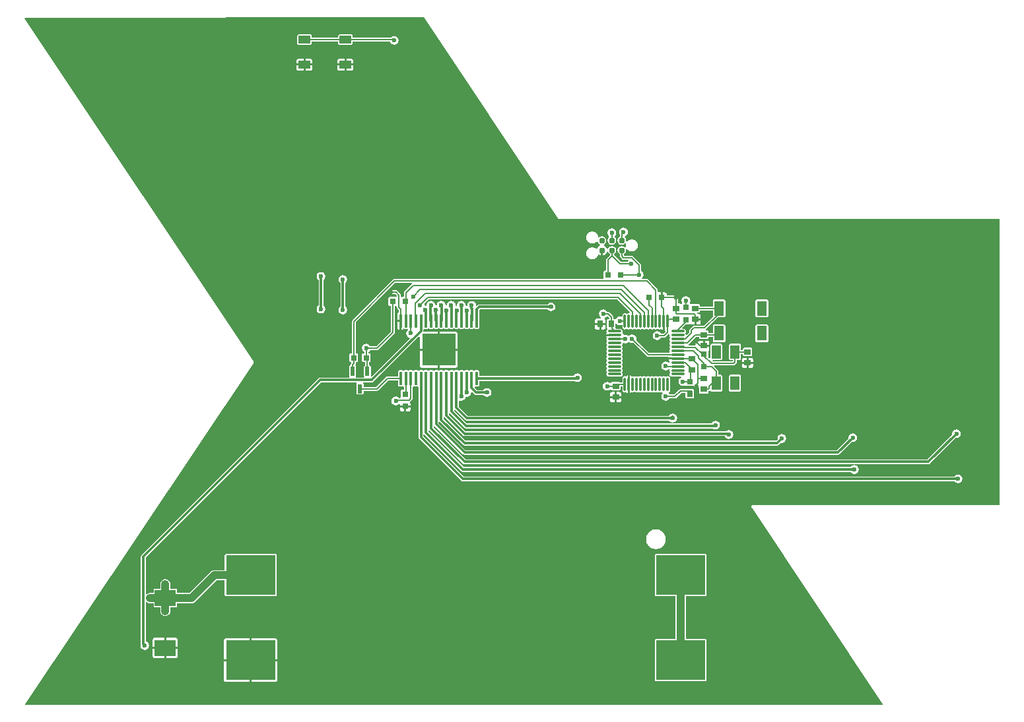
<source format=gbr>
G04*
G04 #@! TF.GenerationSoftware,Altium Limited,Altium Designer,20.2.6 (244)*
G04*
G04 Layer_Physical_Order=2*
G04 Layer_Color=16711680*
%FSLAX44Y44*%
%MOMM*%
G71*
G04*
G04 #@! TF.SameCoordinates,0F27BA18-1C3A-4387-AE1D-EB8F93CB1518*
G04*
G04*
G04 #@! TF.FilePolarity,Positive*
G04*
G01*
G75*
%ADD14C,0.2000*%
%ADD15C,0.3000*%
%ADD17C,0.6000*%
%ADD18C,0.7870*%
%ADD19R,6.3500X5.0800*%
%ADD20R,0.9000X0.8000*%
%ADD21R,0.8000X0.8000*%
%ADD22R,0.8000X0.8000*%
%ADD23R,0.3000X1.8000*%
%ADD24R,4.3600X4.1100*%
%ADD25O,1.8000X0.3000*%
%ADD26O,0.3000X1.8000*%
%ADD27R,0.8000X0.9000*%
%ADD28R,2.7000X2.1000*%
%ADD29R,1.2000X1.8000*%
%ADD30R,1.3000X1.9000*%
%ADD31R,1.5500X1.0000*%
%ADD32R,0.6000X1.1500*%
%ADD33C,1.0000*%
G36*
X2351974Y1868568D02*
X2352155Y1868387D01*
X2352296Y1868175D01*
X2352508Y1868033D01*
X2352688Y1867853D01*
X2352924Y1867755D01*
X2353137Y1867613D01*
X2353387Y1867563D01*
X2353622Y1867466D01*
X2353877Y1867466D01*
X2354128Y1867416D01*
X2918241D01*
X2918324Y1500721D01*
X2602532Y1500590D01*
X2602283Y1500540D01*
X2602028Y1500540D01*
X2601792Y1500442D01*
X2601541Y1500392D01*
X2601330Y1500251D01*
X2601095Y1500153D01*
X2600914Y1499973D01*
X2600701Y1499830D01*
X2600560Y1499619D01*
X2600380Y1499439D01*
X2600282Y1499203D01*
X2600140Y1498990D01*
X2600091Y1498740D01*
X2599993Y1498505D01*
X2599993Y1498250D01*
X2599944Y1497999D01*
X2599993Y1497749D01*
X2599993Y1497495D01*
X2600091Y1497259D01*
X2600141Y1497008D01*
X2600283Y1496796D01*
X2600380Y1496561D01*
X2768433Y1245008D01*
X2767834Y1243888D01*
X1669404D01*
X1668806Y1245008D01*
X1961202Y1682206D01*
X1961363Y1682595D01*
X1961589Y1683139D01*
Y1683139D01*
X1961589Y1683139D01*
X1961589Y1683542D01*
X1961589Y1684149D01*
X1961589Y1684150D01*
Y1684150D01*
X1961405Y1684597D01*
X1961203Y1685083D01*
X1667642Y2124974D01*
X1668240Y2126095D01*
X2179627Y2126646D01*
X2351974Y1868568D01*
D02*
G37*
%LPC*%
G36*
X2087000Y2104624D02*
X2071500D01*
X2070352Y2104148D01*
X2069876Y2103000D01*
Y2100549D01*
X2036124D01*
Y2103000D01*
X2035648Y2104148D01*
X2034500Y2104624D01*
X2019000D01*
X2017852Y2104148D01*
X2017376Y2103000D01*
Y2093000D01*
X2017852Y2091852D01*
X2019000Y2091376D01*
X2034500D01*
X2035648Y2091852D01*
X2036124Y2093000D01*
Y2095451D01*
X2069876D01*
Y2093000D01*
X2070352Y2091852D01*
X2071500Y2091376D01*
X2087000D01*
X2088148Y2091852D01*
X2088624Y2093000D01*
Y2095451D01*
X2136660D01*
X2136781Y2094838D01*
X2138006Y2093006D01*
X2139838Y2091781D01*
X2142000Y2091351D01*
X2144162Y2091781D01*
X2145994Y2093006D01*
X2147219Y2094838D01*
X2147648Y2097000D01*
X2147219Y2099162D01*
X2145994Y2100994D01*
X2144162Y2102219D01*
X2142000Y2102648D01*
X2139838Y2102219D01*
X2138006Y2100994D01*
X2137708Y2100549D01*
X2088624D01*
Y2103000D01*
X2088148Y2104148D01*
X2087000Y2104624D01*
D02*
G37*
G36*
Y2073590D02*
X2080520D01*
Y2067270D01*
X2089590D01*
Y2071000D01*
X2089393Y2071991D01*
X2088831Y2072831D01*
X2087991Y2073393D01*
X2087000Y2073590D01*
D02*
G37*
G36*
X2077980D02*
X2071500D01*
X2070509Y2073393D01*
X2069669Y2072831D01*
X2069107Y2071991D01*
X2068910Y2071000D01*
Y2067270D01*
X2077980D01*
Y2073590D01*
D02*
G37*
G36*
X2034500D02*
X2028020D01*
Y2067270D01*
X2037090D01*
Y2071000D01*
X2036893Y2071991D01*
X2036331Y2072831D01*
X2035491Y2073393D01*
X2034500Y2073590D01*
D02*
G37*
G36*
X2025480D02*
X2019000D01*
X2018009Y2073393D01*
X2017169Y2072831D01*
X2016607Y2071991D01*
X2016410Y2071000D01*
Y2067270D01*
X2025480D01*
Y2073590D01*
D02*
G37*
G36*
X2089590Y2064730D02*
X2080520D01*
Y2058410D01*
X2087000D01*
X2087991Y2058607D01*
X2088831Y2059169D01*
X2089393Y2060009D01*
X2089590Y2061000D01*
Y2064730D01*
D02*
G37*
G36*
X2077980D02*
X2068910D01*
Y2061000D01*
X2069107Y2060009D01*
X2069669Y2059169D01*
X2070509Y2058607D01*
X2071500Y2058410D01*
X2077980D01*
Y2064730D01*
D02*
G37*
G36*
X2037090Y2064730D02*
X2028020D01*
Y2058410D01*
X2034500D01*
X2035491Y2058607D01*
X2036331Y2059169D01*
X2036893Y2060009D01*
X2037090Y2061000D01*
Y2064730D01*
D02*
G37*
G36*
X2025480D02*
X2016410D01*
Y2061000D01*
X2016607Y2060009D01*
X2017169Y2059169D01*
X2018009Y2058607D01*
X2019000Y2058410D01*
X2025480D01*
Y2064730D01*
D02*
G37*
G36*
X2421000Y1855648D02*
X2418838Y1855219D01*
X2417006Y1853994D01*
X2415782Y1852162D01*
X2415352Y1850000D01*
X2415782Y1847838D01*
X2417006Y1846006D01*
X2417373Y1845760D01*
X2417373Y1844233D01*
X2417262Y1844158D01*
X2416060Y1842361D01*
X2415638Y1840240D01*
X2416060Y1838119D01*
X2417262Y1836322D01*
X2419059Y1835120D01*
X2421180Y1834698D01*
X2423301Y1835120D01*
X2425098Y1836322D01*
X2426300Y1838119D01*
X2426721Y1840240D01*
X2426300Y1842361D01*
X2425098Y1844158D01*
X2424614Y1844482D01*
Y1845752D01*
X2424994Y1846006D01*
X2426219Y1847838D01*
X2426649Y1850000D01*
X2426219Y1852162D01*
X2424994Y1853994D01*
X2423162Y1855219D01*
X2421000Y1855648D01*
D02*
G37*
G36*
X2436000Y1856649D02*
X2433838Y1856219D01*
X2432006Y1854994D01*
X2430781Y1853162D01*
X2430352Y1851000D01*
X2430781Y1848838D01*
X2431331Y1848016D01*
Y1845073D01*
X2429962Y1844158D01*
X2428760Y1842361D01*
X2428338Y1840240D01*
X2428760Y1838119D01*
X2429962Y1836322D01*
X2431759Y1835120D01*
X2433880Y1834698D01*
X2436001Y1835120D01*
X2437798Y1836322D01*
X2438185Y1836900D01*
X2439330Y1836346D01*
X2438942Y1834395D01*
Y1833385D01*
X2439330Y1831434D01*
X2438185Y1830880D01*
X2437798Y1831458D01*
X2436001Y1832660D01*
X2433880Y1833082D01*
X2431759Y1832660D01*
X2429962Y1831458D01*
X2428760Y1829661D01*
X2428338Y1827540D01*
X2428760Y1825419D01*
X2429962Y1823622D01*
X2431331Y1822707D01*
Y1820120D01*
X2431525Y1819144D01*
X2432078Y1818318D01*
X2434198Y1816198D01*
X2435025Y1815645D01*
X2436000Y1815451D01*
X2441900D01*
X2442286Y1814181D01*
X2442006Y1813994D01*
X2441040Y1812549D01*
X2432797D01*
X2423818Y1821528D01*
X2423895Y1822818D01*
X2425098Y1823622D01*
X2426300Y1825419D01*
X2426721Y1827540D01*
X2426300Y1829661D01*
X2425098Y1831458D01*
X2423301Y1832660D01*
X2421180Y1833082D01*
X2419059Y1832660D01*
X2417262Y1831458D01*
X2416060Y1829661D01*
X2416008Y1829396D01*
X2414713D01*
X2414579Y1830066D01*
X2413148Y1832208D01*
X2411006Y1833639D01*
X2410818Y1833677D01*
X2410652Y1835005D01*
X2412098Y1835972D01*
X2413300Y1837769D01*
X2413721Y1839890D01*
X2413300Y1842011D01*
X2412098Y1843808D01*
X2410301Y1845010D01*
X2408180Y1845432D01*
X2406059Y1845010D01*
X2404688Y1844093D01*
X2403699Y1844453D01*
X2403424Y1844621D01*
X2403400Y1844644D01*
X2403030Y1846506D01*
X2402643Y1847440D01*
X2401538Y1849094D01*
X2400824Y1849808D01*
X2399170Y1850913D01*
X2398236Y1851300D01*
X2396285Y1851688D01*
X2396030D01*
X2395780Y1851738D01*
X2395530Y1851688D01*
X2395275D01*
X2393324Y1851300D01*
X2392390Y1850913D01*
X2390736Y1849808D01*
X2390022Y1849094D01*
X2388917Y1847440D01*
X2388530Y1846506D01*
X2388142Y1844555D01*
Y1843545D01*
X2388530Y1841594D01*
X2388917Y1840660D01*
X2390022Y1839006D01*
X2390736Y1838292D01*
X2392390Y1837187D01*
X2393324Y1836800D01*
X2395275Y1836412D01*
X2395530D01*
X2395780Y1836362D01*
X2396030Y1836412D01*
X2396285D01*
X2398236Y1836800D01*
X2399170Y1837187D01*
X2400824Y1838292D01*
X2401538Y1839006D01*
X2402872Y1838717D01*
X2403060Y1837769D01*
X2404262Y1835972D01*
X2405846Y1834913D01*
X2405915Y1834092D01*
X2405797Y1833535D01*
X2403812Y1832208D01*
X2402381Y1830066D01*
X2402324Y1829783D01*
X2401797Y1829483D01*
X2400946Y1829365D01*
X2400824Y1829488D01*
X2399170Y1830593D01*
X2398236Y1830980D01*
X2396285Y1831368D01*
X2396030D01*
X2395780Y1831418D01*
X2395530Y1831368D01*
X2395275D01*
X2393324Y1830980D01*
X2392390Y1830593D01*
X2390736Y1829488D01*
X2390022Y1828774D01*
X2388917Y1827120D01*
X2388530Y1826186D01*
X2388142Y1824235D01*
Y1823225D01*
X2388530Y1821274D01*
X2388917Y1820340D01*
X2390022Y1818686D01*
X2390736Y1817972D01*
X2392390Y1816867D01*
X2393324Y1816480D01*
X2395275Y1816092D01*
X2395530D01*
X2395780Y1816042D01*
X2396030Y1816092D01*
X2396285D01*
X2398236Y1816480D01*
X2399170Y1816867D01*
X2400824Y1817972D01*
X2401538Y1818686D01*
X2402643Y1820340D01*
X2403030Y1821274D01*
X2403134Y1821797D01*
X2404545Y1822382D01*
X2405954Y1821441D01*
X2407210Y1821191D01*
Y1827540D01*
X2409750D01*
Y1821191D01*
X2411006Y1821441D01*
X2413148Y1822872D01*
X2414579Y1825014D01*
X2414713Y1825684D01*
X2416008D01*
X2416060Y1825419D01*
X2417262Y1823622D01*
X2418465Y1822818D01*
X2418542Y1821528D01*
X2414198Y1817183D01*
X2413645Y1816356D01*
X2413451Y1815381D01*
Y1801624D01*
X2412000D01*
X2410852Y1801148D01*
X2410376Y1800000D01*
Y1792000D01*
X2410451Y1791819D01*
X2409603Y1790549D01*
X2142000D01*
X2141025Y1790355D01*
X2140198Y1789802D01*
X2088198Y1737802D01*
X2087645Y1736975D01*
X2087451Y1736000D01*
Y1695166D01*
X2086000D01*
X2084852Y1694691D01*
X2084376Y1693542D01*
Y1685542D01*
X2084852Y1684395D01*
X2086000Y1683919D01*
X2086518D01*
X2087044Y1682649D01*
X2086698Y1682302D01*
X2086145Y1681475D01*
X2085951Y1680500D01*
Y1679624D01*
X2085500D01*
X2084352Y1679148D01*
X2083876Y1678000D01*
Y1666500D01*
X2084352Y1665352D01*
X2084408Y1665329D01*
X2084155Y1664059D01*
X2047000D01*
X2047000Y1664059D01*
X2045829Y1663826D01*
X2044837Y1663163D01*
X1817837Y1436163D01*
X1817174Y1435170D01*
X1816941Y1434000D01*
X1816941Y1434000D01*
Y1322401D01*
X1816781Y1322162D01*
X1816351Y1320000D01*
X1816781Y1317838D01*
X1818006Y1316006D01*
X1819838Y1314781D01*
X1822000Y1314352D01*
X1824162Y1314781D01*
X1825994Y1316006D01*
X1827218Y1317838D01*
X1827648Y1320000D01*
X1827218Y1322162D01*
X1825994Y1323994D01*
X1824162Y1325219D01*
X1823059Y1325438D01*
Y1375703D01*
X1823955Y1376112D01*
X1824329Y1376179D01*
X1825602Y1375202D01*
X1827183Y1374547D01*
X1828880Y1374324D01*
X1833236D01*
Y1370380D01*
X1833712Y1369232D01*
X1834860Y1368756D01*
X1841804D01*
Y1364360D01*
X1842027Y1362663D01*
X1842682Y1361082D01*
X1843724Y1359724D01*
X1845082Y1358682D01*
X1846663Y1358027D01*
X1848360Y1357804D01*
X1850057Y1358027D01*
X1851638Y1358682D01*
X1852996Y1359724D01*
X1854038Y1361082D01*
X1854693Y1362663D01*
X1854916Y1364360D01*
Y1368756D01*
X1861860D01*
X1863008Y1369232D01*
X1863484Y1370380D01*
Y1374324D01*
X1881880D01*
X1883577Y1374547D01*
X1885158Y1375202D01*
X1886516Y1376244D01*
X1914056Y1403784D01*
X1924486D01*
Y1384940D01*
X1924962Y1383792D01*
X1926110Y1383316D01*
X1989610D01*
X1990758Y1383792D01*
X1991234Y1384940D01*
Y1435740D01*
X1990758Y1436888D01*
X1989610Y1437364D01*
X1926110D01*
X1924962Y1436888D01*
X1924486Y1435740D01*
Y1416896D01*
X1911340D01*
X1909643Y1416673D01*
X1908062Y1416018D01*
X1906704Y1414976D01*
X1879164Y1387436D01*
X1863484D01*
Y1391380D01*
X1863008Y1392528D01*
X1861860Y1393004D01*
X1854916D01*
Y1398640D01*
X1854693Y1400337D01*
X1854038Y1401918D01*
X1852996Y1403276D01*
X1851638Y1404318D01*
X1850057Y1404973D01*
X1848360Y1405196D01*
X1846663Y1404973D01*
X1845082Y1404318D01*
X1843724Y1403276D01*
X1842682Y1401918D01*
X1842027Y1400337D01*
X1841804Y1398640D01*
Y1393004D01*
X1834860D01*
X1833712Y1392528D01*
X1833236Y1391380D01*
Y1387436D01*
X1828880D01*
X1827183Y1387213D01*
X1825602Y1386558D01*
X1824329Y1385581D01*
X1823955Y1385648D01*
X1823059Y1386057D01*
Y1432733D01*
X2048267Y1657941D01*
X2093655D01*
X2093908Y1656671D01*
X2093852Y1656648D01*
X2093376Y1655500D01*
Y1644000D01*
X2093852Y1642852D01*
X2095000Y1642376D01*
X2101000D01*
X2102148Y1642852D01*
X2102624Y1644000D01*
Y1647201D01*
X2119750D01*
X2120726Y1647395D01*
X2121552Y1647948D01*
X2134056Y1660451D01*
X2147126D01*
Y1654000D01*
X2147602Y1652852D01*
X2148750Y1652376D01*
X2151750D01*
X2152752Y1652792D01*
X2152898Y1652852D01*
X2152948D01*
X2154201Y1651770D01*
Y1648624D01*
X2152000D01*
X2150852Y1648148D01*
X2150376Y1647000D01*
Y1639000D01*
X2149674Y1637949D01*
X2148024D01*
X2147994Y1637994D01*
X2146162Y1639219D01*
X2144000Y1639648D01*
X2141838Y1639219D01*
X2140006Y1637994D01*
X2138781Y1636162D01*
X2138351Y1634000D01*
X2138781Y1631838D01*
X2140006Y1630006D01*
X2141838Y1628781D01*
X2144000Y1628351D01*
X2146162Y1628781D01*
X2147994Y1630006D01*
X2148140Y1630225D01*
X2149410Y1629839D01*
Y1628270D01*
X2162590D01*
Y1631000D01*
X2162393Y1631991D01*
X2162375Y1633045D01*
X2163202Y1633598D01*
X2165052Y1635448D01*
X2165605Y1636275D01*
X2165799Y1637250D01*
Y1651770D01*
X2167052Y1652852D01*
X2167102D01*
X2167248Y1652792D01*
X2168250Y1652376D01*
X2171250D01*
X2171921Y1652655D01*
X2173191Y1651986D01*
Y1587750D01*
X2173191Y1587750D01*
X2173424Y1586579D01*
X2174087Y1585587D01*
X2227837Y1531837D01*
X2227837Y1531837D01*
X2228829Y1531174D01*
X2230000Y1530941D01*
X2860381D01*
X2861006Y1530006D01*
X2862838Y1528781D01*
X2865000Y1528351D01*
X2867162Y1528781D01*
X2868994Y1530006D01*
X2870219Y1531838D01*
X2870648Y1534000D01*
X2870219Y1536162D01*
X2868994Y1537994D01*
X2867162Y1539219D01*
X2865000Y1539648D01*
X2862838Y1539219D01*
X2861006Y1537994D01*
X2860381Y1537059D01*
X2231267D01*
X2179309Y1589017D01*
Y1590714D01*
X2180579Y1591100D01*
X2180587Y1591087D01*
X2227837Y1543837D01*
X2227837Y1543837D01*
X2228829Y1543174D01*
X2230000Y1542941D01*
X2230000Y1542941D01*
X2727381D01*
X2728006Y1542006D01*
X2729838Y1540781D01*
X2732000Y1540352D01*
X2734162Y1540781D01*
X2735994Y1542006D01*
X2737219Y1543838D01*
X2737649Y1546000D01*
X2737219Y1548162D01*
X2735994Y1549994D01*
X2734162Y1551219D01*
X2732000Y1551649D01*
X2729838Y1551219D01*
X2728006Y1549994D01*
X2727381Y1549059D01*
X2231267D01*
X2185809Y1594517D01*
Y1596214D01*
X2187079Y1596600D01*
X2187087Y1596587D01*
X2229837Y1553837D01*
X2230829Y1553174D01*
X2232000Y1552941D01*
X2232000Y1552941D01*
X2827000D01*
X2827000Y1552941D01*
X2828170Y1553174D01*
X2829163Y1553837D01*
X2861897Y1586571D01*
X2863000Y1586351D01*
X2865162Y1586781D01*
X2866994Y1588006D01*
X2868218Y1589838D01*
X2868648Y1592000D01*
X2868218Y1594162D01*
X2866994Y1595994D01*
X2865162Y1597218D01*
X2863000Y1597648D01*
X2860838Y1597218D01*
X2859006Y1595994D01*
X2857781Y1594162D01*
X2857351Y1592000D01*
X2857571Y1590897D01*
X2825733Y1559059D01*
X2233267D01*
X2192309Y1600017D01*
Y1601714D01*
X2193579Y1602100D01*
X2193587Y1602087D01*
X2229837Y1565837D01*
X2230829Y1565174D01*
X2232000Y1564941D01*
X2711000D01*
X2711000Y1564941D01*
X2712170Y1565174D01*
X2713163Y1565837D01*
X2728897Y1581571D01*
X2730000Y1581351D01*
X2732162Y1581781D01*
X2733994Y1583006D01*
X2735219Y1584838D01*
X2735648Y1587000D01*
X2735219Y1589162D01*
X2733994Y1590994D01*
X2732162Y1592219D01*
X2730000Y1592648D01*
X2727838Y1592219D01*
X2726006Y1590994D01*
X2724781Y1589162D01*
X2724352Y1587000D01*
X2724571Y1585897D01*
X2709733Y1571059D01*
X2233267D01*
X2198809Y1605517D01*
Y1607214D01*
X2200079Y1607600D01*
X2200087Y1607587D01*
X2229837Y1577837D01*
X2229837Y1577837D01*
X2230829Y1577174D01*
X2232000Y1576941D01*
X2232000Y1576941D01*
X2633000D01*
X2633000Y1576941D01*
X2634171Y1577174D01*
X2635163Y1577837D01*
X2637897Y1580571D01*
X2639000Y1580352D01*
X2641161Y1580781D01*
X2642994Y1582006D01*
X2644219Y1583838D01*
X2644648Y1586000D01*
X2644219Y1588162D01*
X2642994Y1589994D01*
X2641161Y1591219D01*
X2639000Y1591649D01*
X2636838Y1591219D01*
X2635006Y1589994D01*
X2633781Y1588162D01*
X2633351Y1586000D01*
X2633571Y1584897D01*
X2631733Y1583059D01*
X2233267D01*
X2205309Y1611017D01*
Y1612714D01*
X2206579Y1613100D01*
X2206587Y1613087D01*
X2229837Y1589837D01*
X2230829Y1589174D01*
X2232000Y1588941D01*
X2565761D01*
X2565781Y1588838D01*
X2567006Y1587006D01*
X2568839Y1585781D01*
X2571000Y1585352D01*
X2573162Y1585781D01*
X2574994Y1587006D01*
X2576219Y1588838D01*
X2576649Y1591000D01*
X2576219Y1593162D01*
X2574994Y1594994D01*
X2573162Y1596219D01*
X2571000Y1596649D01*
X2568839Y1596219D01*
X2567103Y1595059D01*
X2233267D01*
X2211809Y1616517D01*
Y1618214D01*
X2213079Y1618600D01*
X2213087Y1618587D01*
X2231837Y1599837D01*
X2232829Y1599174D01*
X2234000Y1598941D01*
X2234000Y1598941D01*
X2550103D01*
X2551838Y1597781D01*
X2554000Y1597352D01*
X2556162Y1597781D01*
X2557994Y1599006D01*
X2559219Y1600838D01*
X2559648Y1603000D01*
X2559219Y1605162D01*
X2557994Y1606994D01*
X2556162Y1608219D01*
X2554000Y1608649D01*
X2551838Y1608219D01*
X2550006Y1606994D01*
X2548781Y1605162D01*
X2548761Y1605059D01*
X2235267D01*
X2218802Y1621524D01*
X2218754Y1621858D01*
X2218816Y1622062D01*
X2220255Y1622419D01*
X2232837Y1609837D01*
X2232837Y1609837D01*
X2233829Y1609174D01*
X2235000Y1608941D01*
X2494381D01*
X2495006Y1608006D01*
X2496838Y1606781D01*
X2499000Y1606351D01*
X2501162Y1606781D01*
X2502994Y1608006D01*
X2504219Y1609838D01*
X2504648Y1612000D01*
X2504219Y1614162D01*
X2502994Y1615994D01*
X2501162Y1617219D01*
X2499000Y1617648D01*
X2496838Y1617219D01*
X2495006Y1615994D01*
X2494381Y1615059D01*
X2236267D01*
X2224554Y1626771D01*
Y1634286D01*
X2225674Y1634885D01*
X2225834Y1634778D01*
X2227995Y1634348D01*
X2230157Y1634778D01*
X2231990Y1636003D01*
X2233214Y1637835D01*
X2233572Y1639635D01*
X2235000Y1639352D01*
X2237162Y1639781D01*
X2238994Y1641006D01*
X2240219Y1642838D01*
X2240648Y1645000D01*
X2240591Y1645287D01*
X2241762Y1645912D01*
X2244837Y1642837D01*
X2245829Y1642174D01*
X2247000Y1641941D01*
X2247000Y1641941D01*
X2256381D01*
X2257006Y1641006D01*
X2258838Y1639781D01*
X2261000Y1639352D01*
X2263162Y1639781D01*
X2264994Y1641006D01*
X2266219Y1642838D01*
X2266649Y1645000D01*
X2266219Y1647162D01*
X2264994Y1648994D01*
X2263162Y1650219D01*
X2261000Y1650648D01*
X2258838Y1650219D01*
X2257006Y1648994D01*
X2256381Y1648059D01*
X2248267D01*
X2245043Y1651282D01*
X2245105Y1651476D01*
X2246250Y1652376D01*
X2249250D01*
X2250398Y1652852D01*
X2250874Y1654000D01*
Y1659941D01*
X2373103D01*
X2374838Y1658781D01*
X2377000Y1658351D01*
X2379162Y1658781D01*
X2380994Y1660006D01*
X2382219Y1661838D01*
X2382648Y1664000D01*
X2382219Y1666162D01*
X2380994Y1667994D01*
X2379162Y1669219D01*
X2377000Y1669648D01*
X2374838Y1669219D01*
X2373006Y1667994D01*
X2371781Y1666162D01*
X2371761Y1666059D01*
X2250874D01*
Y1672000D01*
X2250398Y1673148D01*
X2249250Y1673624D01*
X2246250D01*
X2245248Y1673208D01*
X2245102Y1673148D01*
X2243898D01*
X2243752Y1673208D01*
X2242750Y1673624D01*
X2239750D01*
X2238602Y1673148D01*
X2237398Y1673148D01*
X2236250Y1673624D01*
X2233250D01*
X2232102Y1673148D01*
X2230898Y1673148D01*
X2229750Y1673624D01*
X2226750D01*
X2225602Y1673148D01*
X2224398Y1673148D01*
X2223250Y1673624D01*
X2220250D01*
X2219248Y1673208D01*
X2219102Y1673148D01*
X2217898D01*
X2217752Y1673208D01*
X2216750Y1673624D01*
X2213750D01*
X2212748Y1673208D01*
X2212602Y1673148D01*
X2211398D01*
X2211252Y1673208D01*
X2210250Y1673624D01*
X2207250D01*
X2206248Y1673208D01*
X2206102Y1673148D01*
X2204898D01*
X2204752Y1673208D01*
X2203750Y1673624D01*
X2200750D01*
X2199748Y1673208D01*
X2199602Y1673148D01*
X2198398D01*
X2198252Y1673208D01*
X2197250Y1673624D01*
X2194250D01*
X2193248Y1673208D01*
X2193102Y1673148D01*
X2191898D01*
X2191752Y1673208D01*
X2190750Y1673624D01*
X2187750D01*
X2186748Y1673208D01*
X2186602Y1673148D01*
X2185398D01*
X2185252Y1673208D01*
X2184250Y1673624D01*
X2181250D01*
X2180248Y1673208D01*
X2180102Y1673148D01*
X2178898D01*
X2178752Y1673208D01*
X2177750Y1673624D01*
X2174750D01*
X2173748Y1673208D01*
X2173602Y1673148D01*
X2172398D01*
X2172252Y1673208D01*
X2171250Y1673624D01*
X2168250D01*
X2167248Y1673208D01*
X2167102Y1673148D01*
X2165898D01*
X2165752Y1673208D01*
X2164750Y1673624D01*
X2161750D01*
X2160602Y1673148D01*
X2159398Y1673148D01*
X2158250Y1673624D01*
X2155250D01*
X2154248Y1673208D01*
X2154102Y1673148D01*
X2152898D01*
X2152752Y1673208D01*
X2151750Y1673624D01*
X2148750D01*
X2147602Y1673148D01*
X2147126Y1672000D01*
Y1665549D01*
X2133000D01*
X2132025Y1665355D01*
X2131198Y1664802D01*
X2118694Y1652299D01*
X2102624D01*
Y1655500D01*
X2102148Y1656648D01*
X2102092Y1656671D01*
X2102345Y1657941D01*
X2113000D01*
X2113000Y1657941D01*
X2114171Y1658174D01*
X2115163Y1658837D01*
X2173437Y1717111D01*
X2174610Y1716625D01*
Y1701270D01*
X2197730D01*
Y1723140D01*
X2180089D01*
X2179283Y1724122D01*
X2179309Y1724250D01*
X2179309Y1724250D01*
Y1725986D01*
X2180579Y1726655D01*
X2181250Y1726376D01*
X2184250D01*
X2185398Y1726852D01*
X2186602Y1726852D01*
X2187750Y1726376D01*
X2190750D01*
X2191898Y1726852D01*
X2193102Y1726852D01*
X2194250Y1726376D01*
X2197250D01*
X2198398Y1726852D01*
X2199602Y1726852D01*
X2200750Y1726376D01*
X2203750D01*
X2204898Y1726852D01*
X2206102Y1726852D01*
X2207250Y1726376D01*
X2210250D01*
X2211398Y1726852D01*
X2212602Y1726852D01*
X2213750Y1726376D01*
X2216750D01*
X2217898Y1726852D01*
X2219102Y1726852D01*
X2220250Y1726376D01*
X2223250D01*
X2224398Y1726852D01*
X2225602Y1726852D01*
X2226750Y1726376D01*
X2229750D01*
X2230898Y1726852D01*
X2232102Y1726852D01*
X2233250Y1726376D01*
X2236250D01*
X2237398Y1726852D01*
X2238602Y1726852D01*
X2239750Y1726376D01*
X2242750D01*
X2243898Y1726852D01*
X2245102Y1726852D01*
X2246250Y1726376D01*
X2249250D01*
X2250398Y1726852D01*
X2250874Y1728000D01*
Y1746000D01*
X2250809Y1746156D01*
Y1750483D01*
X2252267Y1751941D01*
X2338381D01*
X2339006Y1751006D01*
X2340838Y1749781D01*
X2343000Y1749352D01*
X2345162Y1749781D01*
X2346994Y1751006D01*
X2348219Y1752838D01*
X2348649Y1755000D01*
X2348219Y1757162D01*
X2346994Y1758994D01*
X2345162Y1760219D01*
X2343000Y1760648D01*
X2340838Y1760219D01*
X2339006Y1758994D01*
X2338381Y1758059D01*
X2251000D01*
X2249829Y1757826D01*
X2248837Y1757163D01*
X2248837Y1757163D01*
X2248013Y1756339D01*
X2246854Y1756976D01*
X2246469Y1758912D01*
X2245244Y1760744D01*
X2243412Y1761969D01*
X2241250Y1762399D01*
X2239088Y1761969D01*
X2237256Y1760744D01*
X2236031Y1758912D01*
X2235602Y1756750D01*
X2234677Y1756126D01*
X2233649Y1757000D01*
X2233219Y1759162D01*
X2231994Y1760994D01*
X2230162Y1762218D01*
X2228000Y1762648D01*
X2225838Y1762218D01*
X2224006Y1760994D01*
X2222781Y1759162D01*
X2222352Y1757000D01*
X2221490Y1756284D01*
X2220648Y1757000D01*
X2220219Y1759162D01*
X2218994Y1760994D01*
X2217162Y1762218D01*
X2215000Y1762648D01*
X2212838Y1762218D01*
X2211006Y1760994D01*
X2209781Y1759162D01*
X2209423Y1757359D01*
X2209321Y1757069D01*
X2208853Y1756962D01*
X2208830Y1756962D01*
X2207470Y1757897D01*
X2207218Y1759162D01*
X2205994Y1760994D01*
X2204162Y1762218D01*
X2202000Y1762648D01*
X2199838Y1762218D01*
X2198006Y1760994D01*
X2196781Y1759162D01*
X2196465Y1757572D01*
X2195934Y1757248D01*
X2194550Y1757679D01*
X2194482Y1757838D01*
X2194218Y1759162D01*
X2192994Y1760994D01*
X2191162Y1762218D01*
X2189000Y1762648D01*
X2186838Y1762218D01*
X2185006Y1760994D01*
X2183781Y1759162D01*
X2183351Y1757000D01*
X2182830Y1756479D01*
X2181996Y1756645D01*
X2181765Y1756599D01*
X2180619Y1757563D01*
X2180491Y1758886D01*
X2186056Y1764451D01*
X2427944D01*
X2444045Y1748351D01*
X2443981Y1748029D01*
X2442510Y1747057D01*
X2442500Y1747059D01*
X2441329Y1746826D01*
X2440337Y1746163D01*
X2439663D01*
X2438671Y1746826D01*
X2437500Y1747059D01*
X2436329Y1746826D01*
X2435337Y1746163D01*
X2434674Y1745170D01*
X2434441Y1744000D01*
Y1742711D01*
X2433321Y1742112D01*
X2433162Y1742219D01*
X2431000Y1742648D01*
X2428838Y1742219D01*
X2427006Y1740994D01*
X2425987Y1739469D01*
X2425651Y1739140D01*
X2424442Y1738940D01*
X2424000Y1739124D01*
X2422549D01*
Y1742000D01*
X2422355Y1742975D01*
X2421802Y1743802D01*
X2417802Y1747802D01*
X2416976Y1748355D01*
X2416000Y1748549D01*
X2414960D01*
X2413994Y1749994D01*
X2412162Y1751219D01*
X2410000Y1751649D01*
X2407838Y1751219D01*
X2406006Y1749994D01*
X2404781Y1748162D01*
X2404352Y1746000D01*
X2404781Y1743838D01*
X2406006Y1742006D01*
X2406973Y1741360D01*
X2406588Y1740090D01*
X2402000D01*
X2401009Y1739893D01*
X2400169Y1739331D01*
X2399607Y1738491D01*
X2399410Y1737500D01*
Y1734270D01*
X2406000D01*
X2412590D01*
Y1737500D01*
X2412393Y1738491D01*
X2411831Y1739331D01*
X2411728Y1739400D01*
X2411996Y1740748D01*
X2412162Y1740781D01*
X2413994Y1742006D01*
X2414397Y1742609D01*
X2415661Y1742734D01*
X2417451Y1740944D01*
Y1739124D01*
X2416000D01*
X2414852Y1738648D01*
X2414376Y1737500D01*
Y1728500D01*
X2414852Y1727352D01*
X2414992Y1727294D01*
X2415133Y1725861D01*
X2414837Y1725663D01*
X2414174Y1724671D01*
X2413941Y1723500D01*
X2414174Y1722330D01*
X2414571Y1721736D01*
X2414087Y1721413D01*
X2413194Y1720076D01*
X2413134Y1719770D01*
X2424500D01*
Y1717230D01*
X2413134D01*
X2413194Y1716924D01*
X2414087Y1715587D01*
X2414571Y1715264D01*
X2414174Y1714671D01*
X2413941Y1713500D01*
X2414174Y1712330D01*
X2414837Y1711337D01*
Y1710663D01*
X2414174Y1709671D01*
X2413941Y1708500D01*
X2414174Y1707330D01*
X2414837Y1706337D01*
Y1705663D01*
X2414174Y1704671D01*
X2413941Y1703500D01*
X2414174Y1702330D01*
X2414837Y1701337D01*
Y1700663D01*
X2414174Y1699671D01*
X2413941Y1698500D01*
X2414174Y1697330D01*
X2414837Y1696337D01*
Y1695663D01*
X2414174Y1694671D01*
X2413941Y1693500D01*
X2414174Y1692330D01*
X2414837Y1691337D01*
Y1690663D01*
X2414174Y1689671D01*
X2413941Y1688500D01*
X2414174Y1687330D01*
X2414837Y1686337D01*
Y1685663D01*
X2414174Y1684671D01*
X2413941Y1683500D01*
X2414174Y1682330D01*
X2414837Y1681337D01*
Y1680663D01*
X2414174Y1679671D01*
X2413941Y1678500D01*
X2414174Y1677330D01*
X2414837Y1676337D01*
Y1675663D01*
X2414174Y1674671D01*
X2413941Y1673500D01*
X2414174Y1672330D01*
X2414837Y1671337D01*
Y1670663D01*
X2414174Y1669671D01*
X2413941Y1668500D01*
X2414174Y1667330D01*
X2414837Y1666337D01*
X2415829Y1665674D01*
X2417000Y1665441D01*
X2432000D01*
X2433170Y1665674D01*
X2434163Y1666337D01*
X2434826Y1667330D01*
X2435059Y1668500D01*
X2434826Y1669671D01*
X2434163Y1670663D01*
Y1671337D01*
X2434826Y1672330D01*
X2435059Y1673500D01*
X2434826Y1674671D01*
X2434163Y1675663D01*
Y1676337D01*
X2434826Y1677330D01*
X2435059Y1678500D01*
X2434826Y1679671D01*
X2434163Y1680663D01*
Y1681337D01*
X2434826Y1682330D01*
X2435059Y1683500D01*
X2434826Y1684671D01*
X2434163Y1685663D01*
Y1686337D01*
X2434826Y1687330D01*
X2435059Y1688500D01*
X2434826Y1689671D01*
X2434163Y1690663D01*
Y1691337D01*
X2434826Y1692330D01*
X2435059Y1693500D01*
X2434826Y1694671D01*
X2434163Y1695663D01*
Y1696337D01*
X2434826Y1697330D01*
X2435059Y1698500D01*
X2434826Y1699671D01*
X2434163Y1700663D01*
Y1701337D01*
X2434826Y1702330D01*
X2435059Y1703500D01*
X2434826Y1704671D01*
X2434163Y1705663D01*
Y1706337D01*
X2434826Y1707330D01*
X2434902Y1707714D01*
X2436292Y1708312D01*
X2436338Y1708281D01*
X2438500Y1707852D01*
X2440662Y1708281D01*
X2442494Y1709506D01*
X2443765Y1709498D01*
X2444838Y1708781D01*
X2447000Y1708351D01*
X2448705Y1708691D01*
X2465698Y1691698D01*
X2466525Y1691145D01*
X2467500Y1690951D01*
X2493368D01*
X2494063Y1689770D01*
X2505500D01*
Y1687230D01*
X2494133D01*
X2494194Y1686924D01*
X2495087Y1685587D01*
X2495571Y1685264D01*
X2495174Y1684671D01*
X2494989Y1683741D01*
X2494684Y1683511D01*
X2494319Y1683341D01*
X2493709Y1683185D01*
X2492162Y1684219D01*
X2490000Y1684648D01*
X2487838Y1684219D01*
X2486006Y1682994D01*
X2484781Y1681162D01*
X2484352Y1679000D01*
X2484781Y1676838D01*
X2486006Y1675006D01*
X2487838Y1673781D01*
X2490000Y1673351D01*
X2492162Y1673781D01*
X2493981Y1674997D01*
X2494045Y1674979D01*
X2495122Y1674408D01*
X2494941Y1673500D01*
X2495174Y1672330D01*
X2495837Y1671337D01*
Y1670663D01*
X2495174Y1669671D01*
X2494941Y1668500D01*
X2495174Y1667330D01*
X2495837Y1666337D01*
X2496830Y1665674D01*
X2498000Y1665441D01*
X2509191D01*
X2509783Y1664265D01*
X2509768Y1664171D01*
X2508006Y1662994D01*
X2506781Y1661162D01*
X2506351Y1659000D01*
X2506781Y1656838D01*
X2508006Y1655006D01*
X2509838Y1653781D01*
X2512000Y1653351D01*
X2514162Y1653781D01*
X2514762Y1654183D01*
X2515852Y1653852D01*
X2517000Y1653376D01*
X2525000D01*
X2525681Y1653658D01*
X2526951Y1652996D01*
Y1652429D01*
X2527145Y1651454D01*
X2527698Y1650627D01*
X2528525Y1650074D01*
X2529500Y1649880D01*
X2530475Y1650074D01*
X2531302Y1650627D01*
X2531606Y1651082D01*
X2532876Y1650696D01*
Y1645000D01*
X2533352Y1643852D01*
X2534500Y1643376D01*
X2543500D01*
X2544648Y1643852D01*
X2545124Y1645000D01*
Y1646476D01*
X2545975Y1646645D01*
X2546436Y1646953D01*
X2547852Y1646852D01*
X2549000Y1646376D01*
X2561000D01*
X2562148Y1646852D01*
X2562624Y1648000D01*
Y1666000D01*
X2562148Y1667148D01*
X2561000Y1667624D01*
X2557549D01*
Y1672000D01*
X2557355Y1672975D01*
X2556802Y1673802D01*
X2552327Y1678278D01*
X2552813Y1679451D01*
X2577000D01*
X2577975Y1679645D01*
X2578802Y1680198D01*
X2580802Y1682198D01*
X2581355Y1683024D01*
X2581549Y1684000D01*
Y1686376D01*
X2585000D01*
X2586148Y1686852D01*
X2586624Y1688000D01*
Y1694451D01*
X2588876D01*
Y1693000D01*
X2589352Y1691852D01*
X2590500Y1691376D01*
X2599500D01*
X2600648Y1691852D01*
X2601124Y1693000D01*
Y1701000D01*
X2600648Y1702148D01*
X2599500Y1702624D01*
X2590500D01*
X2589352Y1702148D01*
X2588876Y1701000D01*
Y1699549D01*
X2586624D01*
Y1706000D01*
X2586148Y1707148D01*
X2585000Y1707624D01*
X2573000D01*
X2571852Y1707148D01*
X2571376Y1706000D01*
Y1688000D01*
X2571852Y1686852D01*
X2573000Y1686376D01*
X2576451D01*
Y1685056D01*
X2575944Y1684549D01*
X2550600D01*
X2550179Y1685106D01*
X2550811Y1686376D01*
X2561000D01*
X2562148Y1686852D01*
X2562624Y1688000D01*
Y1706000D01*
X2562148Y1707148D01*
X2561000Y1707624D01*
X2549000D01*
X2547852Y1707148D01*
X2547376Y1706000D01*
Y1689024D01*
X2546106Y1688498D01*
X2544618Y1689987D01*
X2544624Y1690000D01*
Y1698000D01*
X2544424Y1698482D01*
X2544491Y1698607D01*
X2545331Y1699169D01*
X2545893Y1700009D01*
X2546090Y1701000D01*
Y1703730D01*
X2539000D01*
Y1705000D01*
X2537730D01*
Y1711590D01*
X2534500D01*
X2533509Y1711393D01*
X2532669Y1710831D01*
X2531854Y1710751D01*
X2530802Y1711802D01*
X2529975Y1712355D01*
X2529000Y1712549D01*
X2528024Y1712355D01*
X2527198Y1711802D01*
X2526645Y1710975D01*
X2526451Y1710000D01*
X2526645Y1709025D01*
X2527198Y1708198D01*
X2528688Y1706707D01*
X2528063Y1705536D01*
X2528000Y1705549D01*
X2519869D01*
X2519492Y1706313D01*
X2519424Y1706819D01*
X2529056Y1716451D01*
X2532876D01*
Y1715000D01*
X2533352Y1713852D01*
X2534500Y1713376D01*
X2543500D01*
X2544648Y1713852D01*
X2545124Y1715000D01*
Y1716451D01*
X2550376D01*
Y1711500D01*
X2550852Y1710352D01*
X2552000Y1709876D01*
X2565000D01*
X2566148Y1710352D01*
X2566624Y1711500D01*
Y1730500D01*
X2566148Y1731648D01*
X2565000Y1732124D01*
X2552000D01*
X2550852Y1731648D01*
X2550376Y1730500D01*
Y1721549D01*
X2545124D01*
Y1723000D01*
X2544648Y1724148D01*
X2543500Y1724624D01*
X2541733D01*
X2541347Y1725894D01*
X2541802Y1726198D01*
X2557302Y1741698D01*
X2557422Y1741876D01*
X2565000D01*
X2566148Y1742352D01*
X2566624Y1743500D01*
Y1762500D01*
X2566148Y1763648D01*
X2565000Y1764124D01*
X2552000D01*
X2550852Y1763648D01*
X2550376Y1762500D01*
Y1755549D01*
X2534124D01*
Y1757000D01*
X2533648Y1758148D01*
X2532500Y1758624D01*
X2523500D01*
X2522762Y1758318D01*
X2522288Y1758186D01*
X2521308Y1758763D01*
X2521148Y1759148D01*
X2520817Y1760238D01*
X2521219Y1760838D01*
X2521649Y1763000D01*
X2521219Y1765162D01*
X2519994Y1766994D01*
X2518162Y1768219D01*
X2516000Y1768649D01*
X2513838Y1768219D01*
X2512006Y1766994D01*
X2510781Y1765162D01*
X2510352Y1763000D01*
X2510781Y1760838D01*
X2511183Y1760238D01*
X2510852Y1759148D01*
X2510773Y1758959D01*
X2509340Y1758817D01*
X2509331Y1758831D01*
X2508491Y1759393D01*
X2507500Y1759590D01*
X2505549D01*
Y1767000D01*
X2505355Y1767975D01*
X2504802Y1768802D01*
X2504802D01*
X2503975Y1769355D01*
X2503000Y1769549D01*
X2491590D01*
Y1771000D01*
X2491393Y1771991D01*
X2490831Y1772831D01*
X2489991Y1773393D01*
X2489000Y1773590D01*
X2486270D01*
Y1767000D01*
X2483730D01*
Y1773590D01*
X2481000D01*
X2480049Y1774370D01*
Y1776500D01*
X2479855Y1777475D01*
X2479302Y1778302D01*
X2467802Y1789802D01*
X2466976Y1790355D01*
X2466000Y1790549D01*
X2460100D01*
X2459714Y1791819D01*
X2459994Y1792006D01*
X2461219Y1793838D01*
X2461649Y1796000D01*
X2461219Y1798162D01*
X2459994Y1799994D01*
X2458549Y1800960D01*
Y1808485D01*
X2458355Y1809461D01*
X2457802Y1810288D01*
X2448288Y1819802D01*
X2447461Y1820355D01*
X2446485Y1820549D01*
X2437056D01*
X2436429Y1821176D01*
Y1822707D01*
X2437798Y1823622D01*
X2439000Y1825419D01*
X2439422Y1827540D01*
X2439105Y1829129D01*
X2440302Y1829625D01*
X2440822Y1828846D01*
X2441536Y1828132D01*
X2443190Y1827027D01*
X2444124Y1826640D01*
X2446075Y1826252D01*
X2446330D01*
X2446580Y1826202D01*
X2446830Y1826252D01*
X2447085D01*
X2449036Y1826640D01*
X2449970Y1827027D01*
X2451624Y1828132D01*
X2452338Y1828846D01*
X2453443Y1830500D01*
X2453830Y1831434D01*
X2454218Y1833385D01*
Y1834395D01*
X2453830Y1836346D01*
X2453443Y1837280D01*
X2452338Y1838934D01*
X2451624Y1839648D01*
X2449970Y1840753D01*
X2449036Y1841140D01*
X2447085Y1841528D01*
X2446830D01*
X2446580Y1841578D01*
X2446330Y1841528D01*
X2446075D01*
X2444124Y1841140D01*
X2443190Y1840753D01*
X2441536Y1839648D01*
X2440822Y1838934D01*
X2440302Y1838155D01*
X2439105Y1838651D01*
X2439422Y1840240D01*
X2439000Y1842361D01*
X2437798Y1844158D01*
X2437503Y1844356D01*
X2437771Y1845704D01*
X2438162Y1845781D01*
X2439994Y1847006D01*
X2441219Y1848838D01*
X2441649Y1851000D01*
X2441219Y1853162D01*
X2439994Y1854994D01*
X2438162Y1856219D01*
X2436000Y1856649D01*
D02*
G37*
G36*
X2048000Y1799648D02*
X2045838Y1799219D01*
X2044006Y1797994D01*
X2042781Y1796162D01*
X2042352Y1794000D01*
X2042781Y1791838D01*
X2044006Y1790006D01*
X2044941Y1789381D01*
Y1756619D01*
X2044006Y1755994D01*
X2042781Y1754162D01*
X2042352Y1752000D01*
X2042781Y1749838D01*
X2044006Y1748006D01*
X2045838Y1746781D01*
X2048000Y1746351D01*
X2050162Y1746781D01*
X2051994Y1748006D01*
X2053219Y1749838D01*
X2053649Y1752000D01*
X2053219Y1754162D01*
X2051994Y1755994D01*
X2051059Y1756619D01*
Y1789381D01*
X2051994Y1790006D01*
X2053219Y1791838D01*
X2053649Y1794000D01*
X2053219Y1796162D01*
X2051994Y1797994D01*
X2050162Y1799219D01*
X2048000Y1799648D01*
D02*
G37*
G36*
X2076000Y1795648D02*
X2073838Y1795219D01*
X2072006Y1793994D01*
X2070781Y1792162D01*
X2070352Y1790000D01*
X2070781Y1787838D01*
X2072006Y1786006D01*
X2072941Y1785381D01*
Y1755619D01*
X2072006Y1754994D01*
X2070781Y1753162D01*
X2070352Y1751000D01*
X2070781Y1748838D01*
X2072006Y1747006D01*
X2073838Y1745781D01*
X2076000Y1745352D01*
X2078162Y1745781D01*
X2079994Y1747006D01*
X2081219Y1748838D01*
X2081649Y1751000D01*
X2081219Y1753162D01*
X2079994Y1754994D01*
X2079059Y1755619D01*
Y1785381D01*
X2079994Y1786006D01*
X2081219Y1787838D01*
X2081649Y1790000D01*
X2081219Y1792162D01*
X2079994Y1793994D01*
X2078162Y1795219D01*
X2076000Y1795648D01*
D02*
G37*
G36*
X2620000Y1764124D02*
X2607000D01*
X2605852Y1763648D01*
X2605376Y1762500D01*
Y1743500D01*
X2605852Y1742352D01*
X2607000Y1741876D01*
X2620000D01*
X2621148Y1742352D01*
X2621624Y1743500D01*
Y1762500D01*
X2621148Y1763648D01*
X2620000Y1764124D01*
D02*
G37*
G36*
X2412590Y1731730D02*
X2407270D01*
Y1725910D01*
X2410000D01*
X2410991Y1726107D01*
X2411831Y1726669D01*
X2412393Y1727509D01*
X2412590Y1728500D01*
Y1731730D01*
D02*
G37*
G36*
X2404730D02*
X2399410D01*
Y1728500D01*
X2399607Y1727509D01*
X2400169Y1726669D01*
X2401009Y1726107D01*
X2402000Y1725910D01*
X2404730D01*
Y1731730D01*
D02*
G37*
G36*
X2620000Y1732124D02*
X2607000D01*
X2605852Y1731648D01*
X2605376Y1730500D01*
Y1711500D01*
X2605852Y1710352D01*
X2607000Y1709876D01*
X2620000D01*
X2621148Y1710352D01*
X2621624Y1711500D01*
Y1730500D01*
X2621148Y1731648D01*
X2620000Y1732124D01*
D02*
G37*
G36*
X2543500Y1711590D02*
X2540270D01*
Y1706270D01*
X2546090D01*
Y1709000D01*
X2545893Y1709991D01*
X2545331Y1710831D01*
X2544491Y1711393D01*
X2543500Y1711590D01*
D02*
G37*
G36*
X2220800Y1723140D02*
X2200270D01*
Y1701270D01*
X2223390D01*
Y1720550D01*
X2223193Y1721541D01*
X2222631Y1722381D01*
X2221791Y1722943D01*
X2220800Y1723140D01*
D02*
G37*
G36*
X2599500Y1689590D02*
X2596270D01*
Y1684270D01*
X2602090D01*
Y1687000D01*
X2601893Y1687991D01*
X2601331Y1688831D01*
X2600491Y1689393D01*
X2599500Y1689590D01*
D02*
G37*
G36*
X2593730D02*
X2590500D01*
X2589509Y1689393D01*
X2588669Y1688831D01*
X2588107Y1687991D01*
X2587910Y1687000D01*
Y1684270D01*
X2593730D01*
Y1689590D01*
D02*
G37*
G36*
X2223390Y1698730D02*
X2200270D01*
Y1676860D01*
X2220800D01*
X2221791Y1677057D01*
X2222631Y1677619D01*
X2223193Y1678459D01*
X2223390Y1679450D01*
Y1698730D01*
D02*
G37*
G36*
X2197730D02*
X2174610D01*
Y1679450D01*
X2174807Y1678459D01*
X2175369Y1677619D01*
X2176209Y1677057D01*
X2177200Y1676860D01*
X2197730D01*
Y1698730D01*
D02*
G37*
G36*
X2602090Y1681730D02*
X2596270D01*
Y1676410D01*
X2599500D01*
X2600491Y1676607D01*
X2601331Y1677169D01*
X2601893Y1678009D01*
X2602090Y1679000D01*
Y1681730D01*
D02*
G37*
G36*
X2593730D02*
X2587910D01*
Y1679000D01*
X2588107Y1678009D01*
X2588669Y1677169D01*
X2589509Y1676607D01*
X2590500Y1676410D01*
X2593730D01*
Y1681730D01*
D02*
G37*
G36*
X2441230Y1666866D02*
X2440924Y1666806D01*
X2439587Y1665913D01*
X2439264Y1665429D01*
X2438671Y1665826D01*
X2437500Y1666059D01*
X2436329Y1665826D01*
X2435337Y1665163D01*
X2434674Y1664171D01*
X2434441Y1663000D01*
Y1658049D01*
X2431689D01*
X2431648Y1658148D01*
X2430500Y1658624D01*
X2421500D01*
X2420352Y1658148D01*
X2420122Y1657592D01*
X2419811Y1657428D01*
X2418722Y1657193D01*
X2418689Y1657198D01*
X2417162Y1658219D01*
X2415000Y1658649D01*
X2412838Y1658219D01*
X2411006Y1656994D01*
X2409781Y1655162D01*
X2409352Y1653000D01*
X2409781Y1650838D01*
X2411006Y1649006D01*
X2412838Y1647781D01*
X2415000Y1647352D01*
X2417162Y1647781D01*
X2418689Y1648802D01*
X2418722Y1648807D01*
X2419811Y1648573D01*
X2420122Y1648408D01*
X2420352Y1647852D01*
X2421500Y1647376D01*
X2430500D01*
X2431648Y1647852D01*
X2432124Y1649000D01*
Y1652951D01*
X2434441D01*
Y1648000D01*
X2434674Y1646830D01*
X2435337Y1645837D01*
X2436329Y1645174D01*
X2437500Y1644941D01*
X2438671Y1645174D01*
X2439264Y1645571D01*
X2439587Y1645087D01*
X2440924Y1644194D01*
X2441230Y1644133D01*
Y1655500D01*
Y1666866D01*
D02*
G37*
G36*
X2585000Y1667624D02*
X2573000D01*
X2571852Y1667148D01*
X2571376Y1666000D01*
Y1648000D01*
X2571852Y1646852D01*
X2573000Y1646376D01*
X2585000D01*
X2586148Y1646852D01*
X2586624Y1648000D01*
Y1666000D01*
X2586148Y1667148D01*
X2585000Y1667624D01*
D02*
G37*
G36*
X2430500Y1645590D02*
X2427270D01*
Y1640270D01*
X2433090D01*
Y1643000D01*
X2432893Y1643991D01*
X2432331Y1644831D01*
X2431491Y1645393D01*
X2430500Y1645590D01*
D02*
G37*
G36*
X2424730D02*
X2421500D01*
X2420509Y1645393D01*
X2419669Y1644831D01*
X2419107Y1643991D01*
X2418910Y1643000D01*
Y1640270D01*
X2424730D01*
Y1645590D01*
D02*
G37*
G36*
X2443770Y1666866D02*
Y1655500D01*
Y1644133D01*
X2444076Y1644194D01*
X2445413Y1645087D01*
X2445736Y1645571D01*
X2446329Y1645174D01*
X2447500Y1644941D01*
X2448671Y1645174D01*
X2449663Y1645837D01*
X2450337D01*
X2451329Y1645174D01*
X2452500Y1644941D01*
X2453671Y1645174D01*
X2454663Y1645837D01*
X2455337D01*
X2456329Y1645174D01*
X2457500Y1644941D01*
X2458671Y1645174D01*
X2459663Y1645837D01*
X2460337D01*
X2461329Y1645174D01*
X2462500Y1644941D01*
X2463671Y1645174D01*
X2464663Y1645837D01*
X2465337D01*
X2466329Y1645174D01*
X2467500Y1644941D01*
X2468671Y1645174D01*
X2469663Y1645837D01*
X2470337D01*
X2471329Y1645174D01*
X2472500Y1644941D01*
X2473671Y1645174D01*
X2474663Y1645837D01*
X2475337D01*
X2476329Y1645174D01*
X2477500Y1644941D01*
X2478671Y1645174D01*
X2479663Y1645837D01*
X2480337D01*
X2481329Y1645174D01*
X2482500Y1644941D01*
X2483671Y1645174D01*
X2484663Y1645837D01*
X2485337D01*
X2485908Y1645456D01*
X2486061Y1644031D01*
X2486006Y1643994D01*
X2484781Y1642162D01*
X2484352Y1640000D01*
X2484781Y1637838D01*
X2486006Y1636006D01*
X2487838Y1634781D01*
X2490000Y1634352D01*
X2492162Y1634781D01*
X2493994Y1636006D01*
X2494960Y1637451D01*
X2502000D01*
X2502975Y1637645D01*
X2503802Y1638198D01*
X2510056Y1644451D01*
X2515376D01*
Y1639000D01*
X2515852Y1637852D01*
X2517000Y1637376D01*
X2525000D01*
X2526148Y1637852D01*
X2526624Y1639000D01*
Y1647000D01*
X2526480Y1647347D01*
X2526355Y1647975D01*
X2525802Y1648802D01*
X2524975Y1649355D01*
X2524000Y1649549D01*
X2509000D01*
X2508024Y1649355D01*
X2507198Y1648802D01*
X2500944Y1642549D01*
X2494960D01*
X2493994Y1643994D01*
X2493939Y1644031D01*
X2494092Y1645456D01*
X2494663Y1645837D01*
X2495326Y1646830D01*
X2495559Y1648000D01*
Y1663000D01*
X2495326Y1664171D01*
X2494663Y1665163D01*
X2493671Y1665826D01*
X2492500Y1666059D01*
X2491329Y1665826D01*
X2490337Y1665163D01*
X2489663D01*
X2488671Y1665826D01*
X2487500Y1666059D01*
X2486329Y1665826D01*
X2485337Y1665163D01*
X2484663D01*
X2483671Y1665826D01*
X2482500Y1666059D01*
X2481329Y1665826D01*
X2480337Y1665163D01*
X2479663D01*
X2478671Y1665826D01*
X2477500Y1666059D01*
X2476329Y1665826D01*
X2475337Y1665163D01*
X2474663D01*
X2473671Y1665826D01*
X2472500Y1666059D01*
X2471329Y1665826D01*
X2470337Y1665163D01*
X2469663D01*
X2468671Y1665826D01*
X2467500Y1666059D01*
X2466329Y1665826D01*
X2465337Y1665163D01*
X2464663D01*
X2463671Y1665826D01*
X2462500Y1666059D01*
X2461329Y1665826D01*
X2460337Y1665163D01*
X2459663D01*
X2458671Y1665826D01*
X2457500Y1666059D01*
X2456329Y1665826D01*
X2455337Y1665163D01*
X2454663D01*
X2453671Y1665826D01*
X2452500Y1666059D01*
X2451329Y1665826D01*
X2450337Y1665163D01*
X2449663D01*
X2448671Y1665826D01*
X2447500Y1666059D01*
X2446329Y1665826D01*
X2445736Y1665429D01*
X2445413Y1665913D01*
X2444076Y1666806D01*
X2443770Y1666866D01*
D02*
G37*
G36*
X2433090Y1637730D02*
X2427270D01*
Y1632410D01*
X2430500D01*
X2431491Y1632607D01*
X2432331Y1633169D01*
X2432893Y1634009D01*
X2433090Y1635000D01*
Y1637730D01*
D02*
G37*
G36*
X2424730D02*
X2418910D01*
Y1635000D01*
X2419107Y1634009D01*
X2419669Y1633169D01*
X2420509Y1632607D01*
X2421500Y1632410D01*
X2424730D01*
Y1637730D01*
D02*
G37*
G36*
X2162590Y1625730D02*
X2157270D01*
Y1620410D01*
X2160000D01*
X2160991Y1620607D01*
X2161831Y1621169D01*
X2162393Y1622009D01*
X2162590Y1623000D01*
Y1625730D01*
D02*
G37*
G36*
X2154730D02*
X2149410D01*
Y1623000D01*
X2149607Y1622009D01*
X2150169Y1621169D01*
X2151009Y1620607D01*
X2152000Y1620410D01*
X2154730D01*
Y1625730D01*
D02*
G37*
G36*
X2477510Y1469216D02*
X2477343Y1469183D01*
X2477172Y1469194D01*
X2474561Y1468850D01*
X2474241Y1468741D01*
X2473908Y1468675D01*
X2471476Y1467668D01*
X2471194Y1467479D01*
X2470890Y1467330D01*
X2468801Y1465727D01*
X2468578Y1465472D01*
X2468323Y1465249D01*
X2466720Y1463160D01*
X2466571Y1462856D01*
X2466382Y1462574D01*
X2465375Y1460142D01*
X2465309Y1459809D01*
X2465200Y1459489D01*
X2464856Y1456878D01*
X2464878Y1456540D01*
X2464856Y1456202D01*
X2465200Y1453591D01*
X2465309Y1453271D01*
X2465375Y1452938D01*
X2466382Y1450506D01*
X2466571Y1450224D01*
X2466720Y1449920D01*
X2468323Y1447831D01*
X2468578Y1447608D01*
X2468801Y1447353D01*
X2470890Y1445750D01*
X2471194Y1445601D01*
X2471476Y1445412D01*
X2473908Y1444405D01*
X2474241Y1444339D01*
X2474561Y1444230D01*
X2477172Y1443886D01*
X2477343Y1443897D01*
X2477510Y1443864D01*
X2477677Y1443897D01*
X2477848Y1443886D01*
X2480459Y1444230D01*
X2480779Y1444339D01*
X2481112Y1444405D01*
X2483544Y1445412D01*
X2483826Y1445601D01*
X2484130Y1445750D01*
X2486219Y1447353D01*
X2486442Y1447608D01*
X2486697Y1447831D01*
X2488300Y1449920D01*
X2488449Y1450224D01*
X2488638Y1450506D01*
X2489645Y1452938D01*
X2489711Y1453271D01*
X2489820Y1453591D01*
X2490164Y1456202D01*
X2490142Y1456540D01*
X2490164Y1456878D01*
X2489820Y1459489D01*
X2489711Y1459809D01*
X2489645Y1460142D01*
X2488638Y1462574D01*
X2488449Y1462856D01*
X2488300Y1463160D01*
X2486697Y1465249D01*
X2486442Y1465472D01*
X2486219Y1465727D01*
X2484130Y1467330D01*
X2483826Y1467479D01*
X2483544Y1467668D01*
X2481112Y1468675D01*
X2480779Y1468741D01*
X2480459Y1468850D01*
X2477848Y1469194D01*
X2477677Y1469183D01*
X2477510Y1469216D01*
D02*
G37*
G36*
X1861860Y1329970D02*
X1849630D01*
Y1318150D01*
X1864450D01*
Y1327380D01*
X1864253Y1328371D01*
X1863691Y1329211D01*
X1862851Y1329773D01*
X1861860Y1329970D01*
D02*
G37*
G36*
X1847090D02*
X1834860D01*
X1833869Y1329773D01*
X1833029Y1329211D01*
X1832467Y1328371D01*
X1832270Y1327380D01*
Y1318150D01*
X1847090D01*
Y1329970D01*
D02*
G37*
G36*
X1864450Y1315610D02*
X1849630D01*
Y1303790D01*
X1861860D01*
X1862851Y1303987D01*
X1863691Y1304549D01*
X1864253Y1305389D01*
X1864450Y1306380D01*
Y1315610D01*
D02*
G37*
G36*
X1847090D02*
X1832270D01*
Y1306380D01*
X1832467Y1305389D01*
X1833029Y1304549D01*
X1833869Y1303987D01*
X1834860Y1303790D01*
X1847090D01*
Y1315610D01*
D02*
G37*
G36*
X1989610Y1329230D02*
X1959130D01*
Y1302510D01*
X1992200D01*
Y1326640D01*
X1992003Y1327631D01*
X1991441Y1328471D01*
X1990601Y1329033D01*
X1989610Y1329230D01*
D02*
G37*
G36*
X1956590D02*
X1926110D01*
X1925119Y1329033D01*
X1924279Y1328471D01*
X1923717Y1327631D01*
X1923520Y1326640D01*
Y1302510D01*
X1956590D01*
Y1329230D01*
D02*
G37*
G36*
X2541010Y1437364D02*
X2477510D01*
X2476362Y1436888D01*
X2475886Y1435740D01*
Y1384940D01*
X2476362Y1383792D01*
X2477510Y1383316D01*
X2502704D01*
Y1328264D01*
X2477510D01*
X2476362Y1327788D01*
X2475886Y1326640D01*
Y1275840D01*
X2476362Y1274692D01*
X2477510Y1274216D01*
X2541010D01*
X2542158Y1274692D01*
X2542634Y1275840D01*
Y1326640D01*
X2542158Y1327788D01*
X2541010Y1328264D01*
X2515816D01*
Y1383316D01*
X2541010D01*
X2542158Y1383792D01*
X2542634Y1384940D01*
Y1435740D01*
X2542158Y1436888D01*
X2541010Y1437364D01*
D02*
G37*
G36*
X1992200Y1299970D02*
X1959130D01*
Y1273250D01*
X1989610D01*
X1990601Y1273447D01*
X1991441Y1274009D01*
X1992003Y1274849D01*
X1992200Y1275840D01*
Y1299970D01*
D02*
G37*
G36*
X1956590D02*
X1923520D01*
Y1275840D01*
X1923717Y1274849D01*
X1924279Y1274009D01*
X1925119Y1273447D01*
X1926110Y1273250D01*
X1956590D01*
Y1299970D01*
D02*
G37*
%LPD*%
G36*
X2164764Y1784181D02*
X2164198Y1783802D01*
X2154948Y1774552D01*
X2154395Y1773725D01*
X2154201Y1772750D01*
Y1767554D01*
X2152000D01*
X2151819Y1767479D01*
X2150549Y1768328D01*
Y1770000D01*
X2150355Y1770975D01*
X2149802Y1771802D01*
X2145802Y1775802D01*
X2144975Y1776355D01*
X2144000Y1776549D01*
X2138000D01*
X2137025Y1776355D01*
X2136198Y1775802D01*
X2135645Y1774975D01*
X2135451Y1774000D01*
X2135645Y1773025D01*
X2136198Y1772198D01*
X2137025Y1771645D01*
X2138000Y1771451D01*
X2142944D01*
X2144967Y1769428D01*
X2144888Y1768432D01*
X2144000Y1767554D01*
X2136000D01*
X2134852Y1767079D01*
X2134376Y1765931D01*
Y1757931D01*
X2134852Y1756783D01*
X2136000Y1756307D01*
X2137451D01*
Y1723056D01*
X2118944Y1704549D01*
X2110960D01*
X2109994Y1705994D01*
X2108162Y1707219D01*
X2106000Y1707648D01*
X2103838Y1707219D01*
X2102006Y1705994D01*
X2100781Y1704162D01*
X2100352Y1702000D01*
X2100781Y1699838D01*
X2102006Y1698006D01*
X2103451Y1697040D01*
Y1695166D01*
X2102000D01*
X2100852Y1694691D01*
X2100376Y1693542D01*
Y1685542D01*
X2100852Y1684395D01*
X2102000Y1683919D01*
X2104951D01*
Y1679624D01*
X2104500D01*
X2103352Y1679148D01*
X2102876Y1678000D01*
Y1666500D01*
X2103352Y1665352D01*
X2103408Y1665329D01*
X2103155Y1664059D01*
X2092845D01*
X2092592Y1665329D01*
X2092648Y1665352D01*
X2093124Y1666500D01*
Y1678000D01*
X2092648Y1679148D01*
X2092578Y1679177D01*
X2092431Y1679371D01*
X2092156Y1680727D01*
X2092355Y1681024D01*
X2092549Y1682000D01*
Y1683919D01*
X2094000D01*
X2095148Y1684395D01*
X2095624Y1685542D01*
Y1693542D01*
X2095148Y1694691D01*
X2094000Y1695166D01*
X2092549D01*
Y1734944D01*
X2143056Y1785451D01*
X2164521D01*
X2164764Y1784181D01*
D02*
G37*
G36*
X2550376Y1743500D02*
X2550821Y1742426D01*
X2538944Y1730549D01*
X2526000D01*
X2525025Y1730355D01*
X2524198Y1729802D01*
X2521198Y1726802D01*
X2520645Y1725975D01*
X2520451Y1725000D01*
Y1722056D01*
X2517278Y1718882D01*
X2515900Y1719300D01*
X2515826Y1719671D01*
X2515163Y1720663D01*
Y1721337D01*
X2515826Y1722330D01*
X2516059Y1723500D01*
X2515826Y1724671D01*
X2515163Y1725663D01*
X2514171Y1726326D01*
X2513000Y1726559D01*
X2511823D01*
X2511337Y1727732D01*
X2515981Y1732376D01*
X2520000D01*
X2521148Y1732852D01*
X2522440Y1732653D01*
X2522509Y1732607D01*
X2523500Y1732410D01*
X2526730D01*
Y1739000D01*
X2528000D01*
Y1740270D01*
X2535090D01*
Y1743000D01*
X2534893Y1743991D01*
X2534331Y1744831D01*
X2533491Y1745393D01*
X2532500Y1745590D01*
X2530448D01*
X2530070Y1746106D01*
X2530714Y1747376D01*
X2532500D01*
X2533648Y1747852D01*
X2534124Y1749000D01*
Y1750451D01*
X2550376D01*
Y1743500D01*
D02*
G37*
G36*
X2488770Y1724799D02*
X2489528Y1724271D01*
X2489624Y1723229D01*
X2486944Y1720549D01*
X2483960D01*
X2482994Y1721994D01*
X2481162Y1723219D01*
X2479000Y1723649D01*
X2476838Y1723219D01*
X2475006Y1721994D01*
X2473781Y1720162D01*
X2473351Y1718000D01*
X2473781Y1715838D01*
X2475006Y1714006D01*
X2476838Y1712781D01*
X2479000Y1712352D01*
X2481162Y1712781D01*
X2482994Y1714006D01*
X2483960Y1715451D01*
X2488000D01*
X2488976Y1715645D01*
X2489802Y1716198D01*
X2493677Y1720072D01*
X2495255Y1719993D01*
X2495304Y1719956D01*
X2495335Y1719912D01*
X2495174Y1719671D01*
X2494941Y1718500D01*
X2495174Y1717330D01*
X2495837Y1716337D01*
Y1715663D01*
X2495174Y1714671D01*
X2494941Y1713500D01*
X2495174Y1712330D01*
X2495837Y1711337D01*
Y1710663D01*
X2495174Y1709671D01*
X2494941Y1708500D01*
X2495174Y1707330D01*
X2495837Y1706337D01*
Y1705663D01*
X2495174Y1704671D01*
X2494941Y1703500D01*
X2495174Y1702330D01*
X2495837Y1701337D01*
Y1700663D01*
X2495174Y1699671D01*
X2494941Y1698500D01*
X2495174Y1697330D01*
X2495181Y1697319D01*
X2494502Y1696049D01*
X2468556D01*
X2452309Y1712295D01*
X2452648Y1714000D01*
X2452219Y1716162D01*
X2450994Y1717994D01*
X2449162Y1719219D01*
X2447000Y1719648D01*
X2444838Y1719219D01*
X2443006Y1717994D01*
X2441735Y1718002D01*
X2440662Y1718719D01*
X2438500Y1719149D01*
X2436338Y1718719D01*
X2436052Y1718837D01*
X2435806Y1720076D01*
X2434913Y1721413D01*
X2434429Y1721736D01*
X2434826Y1722330D01*
X2435059Y1723500D01*
X2434826Y1724671D01*
X2434163Y1725663D01*
X2433170Y1726326D01*
X2432000Y1726559D01*
X2426014D01*
X2425346Y1727829D01*
X2425624Y1728500D01*
Y1732789D01*
X2426894Y1733174D01*
X2427006Y1733006D01*
X2428838Y1731781D01*
X2431000Y1731351D01*
X2433162Y1731781D01*
X2433321Y1731888D01*
X2434441Y1731289D01*
Y1729000D01*
X2434674Y1727829D01*
X2435337Y1726837D01*
X2436329Y1726174D01*
X2437500Y1725941D01*
X2438671Y1726174D01*
X2439663Y1726837D01*
X2440337D01*
X2441329Y1726174D01*
X2442500Y1725941D01*
X2443671Y1726174D01*
X2444663Y1726837D01*
X2445337D01*
X2446329Y1726174D01*
X2447500Y1725941D01*
X2448671Y1726174D01*
X2449663Y1726837D01*
X2450337D01*
X2451329Y1726174D01*
X2452500Y1725941D01*
X2453671Y1726174D01*
X2454663Y1726837D01*
X2455337D01*
X2456329Y1726174D01*
X2457500Y1725941D01*
X2458671Y1726174D01*
X2459663Y1726837D01*
X2460337D01*
X2461329Y1726174D01*
X2462500Y1725941D01*
X2463671Y1726174D01*
X2464663Y1726837D01*
X2465337D01*
X2466329Y1726174D01*
X2467500Y1725941D01*
X2468671Y1726174D01*
X2469663Y1726837D01*
X2470337D01*
X2471329Y1726174D01*
X2472500Y1725941D01*
X2473671Y1726174D01*
X2474663Y1726837D01*
X2475337D01*
X2476329Y1726174D01*
X2477500Y1725941D01*
X2478671Y1726174D01*
X2479663Y1726837D01*
X2480337D01*
X2481329Y1726174D01*
X2482500Y1725941D01*
X2483671Y1726174D01*
X2484264Y1726571D01*
X2484587Y1726087D01*
X2485924Y1725194D01*
X2486230Y1725134D01*
Y1736500D01*
X2488770D01*
Y1724799D01*
D02*
G37*
G36*
X2145451Y1755533D02*
Y1754000D01*
X2145645Y1753024D01*
X2146198Y1752198D01*
X2147701Y1750694D01*
Y1748354D01*
X2146919Y1747831D01*
X2146357Y1746991D01*
X2146160Y1746000D01*
Y1738270D01*
X2150250D01*
Y1737000D01*
X2151520D01*
Y1725410D01*
X2151750D01*
X2152741Y1725607D01*
X2153308Y1725986D01*
X2153581Y1726169D01*
X2153865Y1726594D01*
X2153865Y1726594D01*
X2153866Y1726594D01*
X2154102Y1726852D01*
X2154102D01*
X2155250Y1726376D01*
X2158250D01*
X2158725Y1726573D01*
X2159313Y1726178D01*
X2159350Y1725224D01*
X2159006Y1724994D01*
X2157781Y1723162D01*
X2157352Y1721000D01*
X2157781Y1718838D01*
X2159006Y1717006D01*
X2160838Y1715782D01*
X2161523Y1715645D01*
X2161941Y1714267D01*
X2113020Y1665346D01*
X2111944Y1666065D01*
X2112124Y1666500D01*
Y1678000D01*
X2111648Y1679148D01*
X2110500Y1679624D01*
X2110049D01*
Y1683939D01*
X2111148Y1684395D01*
X2111624Y1685542D01*
Y1693542D01*
X2111148Y1694691D01*
X2110000Y1695166D01*
X2108549D01*
Y1697040D01*
X2109994Y1698006D01*
X2110960Y1699451D01*
X2120000D01*
X2120975Y1699645D01*
X2121802Y1700198D01*
X2141802Y1720198D01*
X2142355Y1721024D01*
X2142549Y1722000D01*
Y1756307D01*
X2144000D01*
X2144181Y1756382D01*
X2145451Y1755533D01*
D02*
G37*
%LPC*%
G36*
X2535090Y1737730D02*
X2529270D01*
Y1732410D01*
X2532500D01*
X2533491Y1732607D01*
X2534331Y1733169D01*
X2534893Y1734009D01*
X2535090Y1735000D01*
Y1737730D01*
D02*
G37*
G36*
X2148980Y1735730D02*
X2146160D01*
Y1728000D01*
X2146357Y1727009D01*
X2146919Y1726169D01*
X2147759Y1725607D01*
X2148750Y1725410D01*
X2148980D01*
Y1735730D01*
D02*
G37*
%LPD*%
D14*
X2522000Y1659000D02*
Y1672000D01*
X2156750Y1737000D02*
Y1772750D01*
X2509000Y1647000D02*
X2524000D01*
X2156000Y1643000D02*
X2156750Y1643750D01*
Y1663000D01*
X2479000Y1718000D02*
X2488000D01*
X2492500Y1722500D01*
Y1736500D01*
X2485000Y1755000D02*
Y1767000D01*
Y1755000D02*
X2487500Y1752500D01*
Y1736500D02*
Y1752500D01*
X2503000Y1767000D02*
X2503000Y1767000D01*
X2485000Y1767000D02*
X2503000D01*
X2433880Y1820120D02*
Y1827540D01*
X2415000Y1653000D02*
X2415000Y1653000D01*
X2426000D01*
X2531000Y1663000D02*
Y1681000D01*
Y1657000D02*
Y1663000D01*
X2531000Y1663000D01*
X2539000D01*
X2521000Y1659000D02*
X2522000D01*
X2512000D02*
X2521000D01*
X2522000Y1672000D02*
X2524000Y1674000D01*
Y1688000D02*
X2531000Y1681000D01*
X2529500Y1655500D02*
X2531000Y1657000D01*
X2529500Y1652429D02*
Y1655500D01*
X2529000Y1710000D02*
X2534000Y1705000D01*
X2539000D01*
X2523500Y1688500D02*
X2524000Y1688000D01*
X2505500Y1688500D02*
X2523500D01*
X2503000Y1767000D02*
X2503000Y1767000D01*
X2503000Y1753000D02*
Y1767000D01*
Y1747000D02*
Y1753000D01*
Y1747000D02*
X2504000Y1746000D01*
X2526000D01*
X2528000Y1744000D01*
Y1739000D02*
Y1744000D01*
X2516000Y1763000D02*
X2516000Y1763000D01*
X2516000Y1754000D02*
Y1763000D01*
X2410000Y1746000D02*
X2416000D01*
X2420000Y1742000D01*
Y1733000D02*
Y1742000D01*
X2490000Y1640000D02*
X2502000D01*
X2509000Y1647000D01*
X2175000Y1777000D02*
X2433000D01*
X2166000Y1768000D02*
X2175000Y1777000D01*
X2429000Y1767000D02*
X2447500Y1748500D01*
X2185000Y1767000D02*
X2429000D01*
X2175000Y1757000D02*
X2185000Y1767000D01*
X2431000Y1772000D02*
X2457500Y1745500D01*
X2181515Y1772000D02*
X2431000D01*
X2169000Y1759485D02*
X2181515Y1772000D01*
X2169000Y1737750D02*
Y1759485D01*
Y1737750D02*
X2169750Y1737000D01*
X2163000Y1721000D02*
X2163250Y1721250D01*
Y1737000D01*
X2506000Y1703000D02*
X2528000D01*
X2505500Y1703500D02*
X2506000Y1703000D01*
X2528000D02*
X2537000Y1694000D01*
X2539000Y1678000D02*
Y1682000D01*
X2532000Y1689000D02*
X2539000Y1682000D01*
X2532000Y1689000D02*
Y1692036D01*
X2426000Y1653000D02*
X2428500Y1655500D01*
X2437500D01*
X2026750Y2098000D02*
X2079250D01*
X2141000D01*
X2142000Y2097000D01*
X2490000Y1679000D02*
X2490500Y1678500D01*
X2505500D01*
X2447000Y1714000D02*
X2467500Y1693500D01*
X2505500D01*
X2420000Y1733000D02*
X2421000Y1732000D01*
Y1727000D02*
Y1732000D01*
Y1727000D02*
X2424500Y1723500D01*
X2433880Y1840240D02*
Y1848880D01*
X2436000Y1851000D01*
X2424500Y1713500D02*
X2438500D01*
X2421000Y1840420D02*
X2421180Y1840240D01*
X2421000Y1840420D02*
Y1850000D01*
X2431000Y1737000D02*
X2431500Y1736500D01*
X2437500D01*
X2447500D02*
Y1748500D01*
X2457500Y1736500D02*
Y1745500D01*
X2492500Y1736500D02*
X2495000Y1739000D01*
X2503000D01*
X2555500Y1743500D02*
Y1753000D01*
X2558500D01*
X2528000D02*
X2555500D01*
X2558500D02*
X2558500Y1753000D01*
X2516000Y1736000D02*
Y1738000D01*
X2505500Y1725500D02*
X2516000Y1736000D01*
X2505500Y1723500D02*
Y1725500D01*
X2539000Y1692000D02*
Y1694000D01*
Y1692000D02*
X2549000Y1682000D01*
X2577000D01*
X2579000Y1684000D01*
Y1697000D01*
X2595000D01*
X2539000Y1678000D02*
X2549000D01*
X2555000Y1672000D01*
Y1657000D02*
Y1672000D01*
X2539000Y1649000D02*
X2545000D01*
X2546000Y1650000D01*
Y1653000D01*
X2550000Y1657000D01*
X2555000D01*
X2524000Y1674000D02*
Y1675000D01*
X2515500Y1683500D02*
X2524000Y1675000D01*
X2505500Y1683500D02*
X2515500D01*
X2525535Y1698500D02*
X2532000Y1692036D01*
X2505500Y1698500D02*
X2525535D01*
X2537000Y1694000D02*
X2539000D01*
X2539000Y1719000D02*
X2553500D01*
X2528000D02*
X2539000D01*
X2553500D02*
X2555500Y1721000D01*
X2540000Y1728000D02*
X2555500Y1743500D01*
X2526000Y1728000D02*
X2540000D01*
X2523000Y1725000D02*
X2526000Y1728000D01*
X2523000Y1721000D02*
Y1725000D01*
X2515500Y1713500D02*
X2523000Y1721000D01*
X2505500Y1713500D02*
X2515500D01*
X2517500Y1708500D02*
X2528000Y1719000D01*
X2505500Y1708500D02*
X2517500D01*
X2433000Y1777000D02*
X2462500Y1747500D01*
Y1736500D02*
Y1747500D01*
X2467500Y1736500D02*
Y1750500D01*
X2436000Y1782000D02*
X2467500Y1750500D01*
X2166000Y1782000D02*
X2436000D01*
X2156750Y1772750D02*
X2166000Y1782000D01*
X2133000Y1663000D02*
X2150250D01*
X2119750Y1649750D02*
X2133000Y1663000D01*
X2098000Y1649750D02*
X2119750D01*
X2088500Y1672250D02*
Y1680500D01*
X2090000Y1682000D01*
Y1689543D01*
X2090000Y1689543D02*
X2090000Y1689543D01*
X2090000Y1689543D02*
Y1736000D01*
X2472500Y1736500D02*
Y1753500D01*
X2469000Y1757000D02*
X2472500Y1753500D01*
X2469000Y1757000D02*
Y1767000D01*
X2477500Y1736500D02*
Y1776500D01*
X2433880Y1820120D02*
X2436000Y1818000D01*
X2421180Y1820561D02*
Y1827540D01*
Y1820561D02*
X2431741Y1810000D01*
X2446000D01*
X2456000Y1796000D02*
Y1808485D01*
X2446485Y1818000D02*
X2456000Y1808485D01*
X2436000Y1818000D02*
X2446485D01*
X2432000Y1796000D02*
X2456000D01*
X2416000Y1796000D02*
Y1815381D01*
X2421180Y1820561D01*
X2090000Y1736000D02*
X2142000Y1788000D01*
X2466000D01*
X2477500Y1776500D01*
X2106000Y1702000D02*
X2120000D01*
X2106000Y1689543D02*
Y1702000D01*
X2107500Y1672250D02*
Y1688042D01*
X2106000Y1689543D02*
X2107500Y1688042D01*
X2150250Y1737000D02*
Y1751750D01*
X2148000Y1754000D02*
X2150250Y1751750D01*
X2148000Y1754000D02*
Y1770000D01*
X2144000Y1774000D02*
X2148000Y1770000D01*
X2138000Y1774000D02*
X2144000D01*
Y1634000D02*
X2145400Y1635400D01*
X2163250Y1637250D02*
Y1663000D01*
X2145400Y1635400D02*
X2161400D01*
X2163250Y1637250D01*
X2120000Y1702000D02*
X2140000Y1722000D01*
Y1761931D01*
D15*
X2232000Y1592000D02*
X2570000D01*
X2208750Y1615250D02*
X2232000Y1592000D01*
X2208750Y1615250D02*
Y1663000D01*
X2234000Y1602000D02*
X2553000D01*
X2215250Y1620750D02*
X2234000Y1602000D01*
X2215250Y1620750D02*
Y1663000D01*
X1820000Y1434000D02*
X2047000Y1661000D01*
X1820000Y1322000D02*
Y1434000D01*
Y1322000D02*
X1822000Y1320000D01*
X2047000Y1661000D02*
X2113000D01*
X2499000Y1612000D02*
Y1614000D01*
X2235000Y1612000D02*
X2497000D01*
X2221496Y1625504D02*
X2235000Y1612000D01*
X2221496Y1625504D02*
Y1662746D01*
X2221750Y1663000D01*
X2194999Y1737751D02*
X2195750Y1737000D01*
X2194996Y1750997D02*
X2194999Y1751000D01*
X2188496Y1737754D02*
Y1756496D01*
X2189000Y1757000D01*
X2188496Y1737754D02*
X2189250Y1737000D01*
X2182750D02*
Y1750242D01*
X2181996Y1750997D02*
X2182750Y1750242D01*
X2076000Y1751000D02*
Y1790000D01*
X2553000Y1602000D02*
X2554000Y1603000D01*
X2570000Y1592000D02*
X2571000Y1591000D01*
X2227995Y1639997D02*
X2228250Y1640251D01*
Y1663000D01*
X2234750Y1645250D02*
X2235000Y1645000D01*
X2234750Y1645250D02*
Y1663000D01*
X2247000Y1645000D02*
X2261000D01*
X2241250Y1650750D02*
X2247000Y1645000D01*
X2241250Y1650750D02*
Y1663000D01*
X2376000D02*
X2377000Y1664000D01*
X2247750Y1663000D02*
X2376000D01*
X2633000Y1580000D02*
X2639000Y1586000D01*
X2827000Y1556000D02*
X2863000Y1592000D01*
X2251000Y1755000D02*
X2343000D01*
X2247750Y1751750D02*
X2251000Y1755000D01*
X2247750Y1737000D02*
Y1751750D01*
X2241250Y1752942D02*
Y1756750D01*
Y1752942D02*
X2241500Y1752692D01*
Y1737250D02*
Y1752692D01*
X2241250Y1737000D02*
X2241500Y1737250D01*
X2234750Y1749750D02*
X2235000Y1750000D01*
X2234750Y1737000D02*
Y1749750D01*
X2228000Y1757000D02*
X2228500Y1756500D01*
Y1737250D02*
Y1756500D01*
X2228250Y1737000D02*
X2228500Y1737250D01*
X2221750Y1749750D02*
X2222000Y1750000D01*
X2221750Y1737000D02*
Y1749750D01*
X2215000Y1757000D02*
X2215500Y1756500D01*
Y1737250D02*
Y1756500D01*
X2215250Y1737000D02*
X2215500Y1737250D01*
X2208750Y1750250D02*
X2209000Y1750500D01*
X2202500Y1737250D02*
Y1756500D01*
X2208750Y1737000D02*
Y1750250D01*
X2048000Y1752000D02*
Y1794000D01*
X2202000Y1757000D02*
X2202500Y1756500D01*
X2202250Y1737000D02*
X2202500Y1737250D01*
X2113000Y1661000D02*
X2176250Y1724250D01*
Y1737000D01*
X2202250Y1609750D02*
Y1663000D01*
Y1609750D02*
X2232000Y1580000D01*
X2633000D01*
X2195750Y1604250D02*
Y1663000D01*
X2189250Y1598750D02*
Y1663000D01*
Y1598750D02*
X2232000Y1556000D01*
X2827000D01*
X2182750Y1593250D02*
Y1663000D01*
Y1593250D02*
X2230000Y1546000D01*
X2732000D01*
X2176250Y1587750D02*
Y1663000D01*
Y1587750D02*
X2230000Y1534000D01*
X2865000D01*
X2195750Y1604250D02*
X2232000Y1568000D01*
X2711000D01*
X2730000Y1587000D01*
X2194999Y1737751D02*
Y1751000D01*
X2497000Y1612000D02*
X2499000Y1614000D01*
D17*
X1848360Y1398640D02*
D03*
Y1364360D02*
D03*
X1829000Y1381000D02*
D03*
X2479000Y1718000D02*
D03*
X2415000Y1653000D02*
D03*
X2529500Y1652429D02*
D03*
X2529000Y1710000D02*
D03*
X2512000Y1659000D02*
D03*
X2503000Y1787000D02*
D03*
Y1767000D02*
D03*
X2516000Y1763000D02*
D03*
X2410000Y1746000D02*
D03*
X2499000Y1612000D02*
D03*
X2181996Y1750997D02*
D03*
X2194996D02*
D03*
X2076000Y1790000D02*
D03*
Y1751000D02*
D03*
X2554000Y1603000D02*
D03*
X2571000Y1591000D02*
D03*
X2227995Y1639997D02*
D03*
X2235000Y1645000D02*
D03*
X2261000D02*
D03*
X2377000Y1664000D02*
D03*
X2639000Y1586000D02*
D03*
X2730000Y1587000D02*
D03*
X2863000Y1592000D02*
D03*
X2490000Y1640000D02*
D03*
X2732000Y1546000D02*
D03*
X2865000Y1534000D02*
D03*
X2343000Y1755000D02*
D03*
X2241250Y1756750D02*
D03*
X2235000Y1750000D02*
D03*
X2228000Y1757000D02*
D03*
X2222000Y1750000D02*
D03*
X2215000Y1757000D02*
D03*
X2209000Y1750500D02*
D03*
X2048000Y1752000D02*
D03*
Y1794000D02*
D03*
X2202000Y1757000D02*
D03*
X2189000D02*
D03*
X2175000D02*
D03*
X2166000Y1768000D02*
D03*
X1822000Y1320000D02*
D03*
X2163000Y1721000D02*
D03*
X2142000Y2097000D02*
D03*
X2490000Y1679000D02*
D03*
X2447000Y1714000D02*
D03*
X2436000Y1851000D02*
D03*
X2438500Y1713500D02*
D03*
X2421000Y1850000D02*
D03*
X2431000Y1737000D02*
D03*
X2446000Y1810000D02*
D03*
X2456000Y1796000D02*
D03*
X2106000Y1702000D02*
D03*
X2138000Y1774000D02*
D03*
X2114000D02*
D03*
X2166000Y1696000D02*
D03*
Y1626000D02*
D03*
X2144000Y1634000D02*
D03*
D18*
X2433880Y1840240D02*
D03*
X2408180Y1839890D02*
D03*
X2408480Y1827540D02*
D03*
X2421180Y1840240D02*
D03*
Y1827540D02*
D03*
X2433880D02*
D03*
D19*
X2509260Y1410340D02*
D03*
Y1301240D02*
D03*
X1957860D02*
D03*
Y1410340D02*
D03*
D20*
X2539000Y1663000D02*
D03*
Y1649000D02*
D03*
Y1719000D02*
D03*
Y1705000D02*
D03*
X2528000Y1753000D02*
D03*
Y1739000D02*
D03*
X2524000Y1688000D02*
D03*
Y1674000D02*
D03*
X2503000Y1753000D02*
D03*
Y1739000D02*
D03*
X2426000Y1639000D02*
D03*
Y1653000D02*
D03*
X2595000Y1683000D02*
D03*
Y1697000D02*
D03*
D21*
X2539000Y1678000D02*
D03*
Y1694000D02*
D03*
X2156000Y1627000D02*
D03*
Y1643000D02*
D03*
X2516000Y1754000D02*
D03*
Y1738000D02*
D03*
X2521000Y1659000D02*
D03*
Y1643000D02*
D03*
D22*
X2485000Y1767000D02*
D03*
X2469000D02*
D03*
X2432000Y1796000D02*
D03*
X2416000D02*
D03*
X2156000Y1761931D02*
D03*
X2140000D02*
D03*
X2090000Y1689543D02*
D03*
X2106000D02*
D03*
D23*
X2150250Y1737000D02*
D03*
X2156750D02*
D03*
X2163250D02*
D03*
X2169750D02*
D03*
X2176250D02*
D03*
X2182750D02*
D03*
X2189250D02*
D03*
X2195750D02*
D03*
X2202250D02*
D03*
X2208750D02*
D03*
X2215250D02*
D03*
X2221750D02*
D03*
X2228250D02*
D03*
X2234750D02*
D03*
X2241250D02*
D03*
X2247750D02*
D03*
Y1663000D02*
D03*
X2241250D02*
D03*
X2234750D02*
D03*
X2228250D02*
D03*
X2221750D02*
D03*
X2215250D02*
D03*
X2208750D02*
D03*
X2202250D02*
D03*
X2195750D02*
D03*
X2189250D02*
D03*
X2182750D02*
D03*
X2176250D02*
D03*
X2169750D02*
D03*
X2163250D02*
D03*
X2156750D02*
D03*
X2150250D02*
D03*
D24*
X2199000Y1700000D02*
D03*
D25*
X2505500Y1723500D02*
D03*
Y1718500D02*
D03*
Y1713500D02*
D03*
Y1708500D02*
D03*
Y1703500D02*
D03*
Y1698500D02*
D03*
Y1693500D02*
D03*
Y1688500D02*
D03*
Y1683500D02*
D03*
Y1678500D02*
D03*
Y1673500D02*
D03*
Y1668500D02*
D03*
X2424500D02*
D03*
Y1673500D02*
D03*
Y1678500D02*
D03*
Y1683500D02*
D03*
Y1688500D02*
D03*
Y1693500D02*
D03*
Y1698500D02*
D03*
Y1703500D02*
D03*
Y1708500D02*
D03*
Y1713500D02*
D03*
Y1718500D02*
D03*
Y1723500D02*
D03*
D26*
X2492500Y1655500D02*
D03*
X2487500D02*
D03*
X2482500D02*
D03*
X2477500D02*
D03*
X2472500D02*
D03*
X2467500D02*
D03*
X2462500D02*
D03*
X2457500D02*
D03*
X2452500D02*
D03*
X2447500D02*
D03*
X2442500D02*
D03*
X2437500D02*
D03*
Y1736500D02*
D03*
X2442500D02*
D03*
X2447500D02*
D03*
X2452500D02*
D03*
X2457500D02*
D03*
X2462500D02*
D03*
X2467500D02*
D03*
X2472500D02*
D03*
X2477500D02*
D03*
X2482500D02*
D03*
X2487500D02*
D03*
X2492500D02*
D03*
D27*
X2406000Y1733000D02*
D03*
X2420000D02*
D03*
D28*
X1848360Y1380880D02*
D03*
Y1316880D02*
D03*
D29*
X2579000Y1657000D02*
D03*
Y1697000D02*
D03*
X2555000D02*
D03*
Y1657000D02*
D03*
D30*
X2558500Y1753000D02*
D03*
X2613500D02*
D03*
Y1721000D02*
D03*
X2558500D02*
D03*
D31*
X2079250Y2098000D02*
D03*
X2026750D02*
D03*
Y2066000D02*
D03*
X2079250D02*
D03*
D32*
X2098000Y1649750D02*
D03*
X2107500Y1672250D02*
D03*
X2088500D02*
D03*
D33*
X1828880Y1380880D02*
X1848360D01*
Y1398640D01*
Y1364360D02*
Y1380880D01*
X1881880D01*
X1911340Y1410340D01*
X1957860D01*
X2509260Y1301240D02*
Y1410340D01*
M02*

</source>
